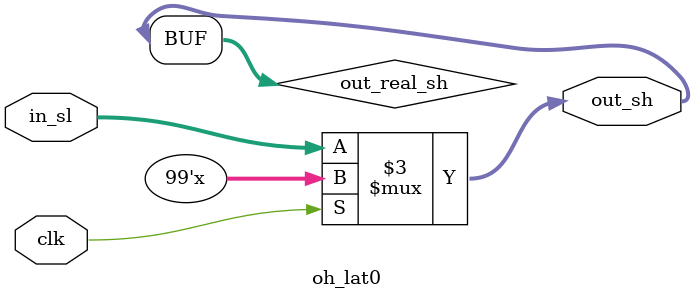
<source format=v>

module oh_lat0 (/*AUTOARG*/
   // Outputs
   out_sh,
   // Inputs
   in_sl, clk
   );

   parameter DW=99;

   input  [DW-1:0] in_sl; 
   input 	   clk;
   output [DW-1:0] out_sh;

   reg  [DW-1:0]   out_real_sh;

 
   /* verilator lint_off COMBDLY */
   // # Real lat0
   always @ (clk or in_sl)
     if (~clk)
       out_real_sh[DW-1:0] <= in_sl[DW-1:0];
   /* verilator lint_on COMBDLY */


`ifdef DV_FAKELAT
   // # negedge FF
   reg [DW-1:0]    out_dv_sh;
   always @ (negedge clk)
     out_dv_sh[DW-1:0] <= in_sl[DW-1:0];
   assign out_sh[DW-1:0] = out_dv_sh[DW-1:0];

   // #########################################
`else // !`ifdef DV_FAKELAT
   // #########################################
   assign out_sh[DW-1:0] = out_real_sh[DW-1:0];
   // #########################################
`endif // !`ifdef CFG_FAKELAT


endmodule // oh_lat0


</source>
